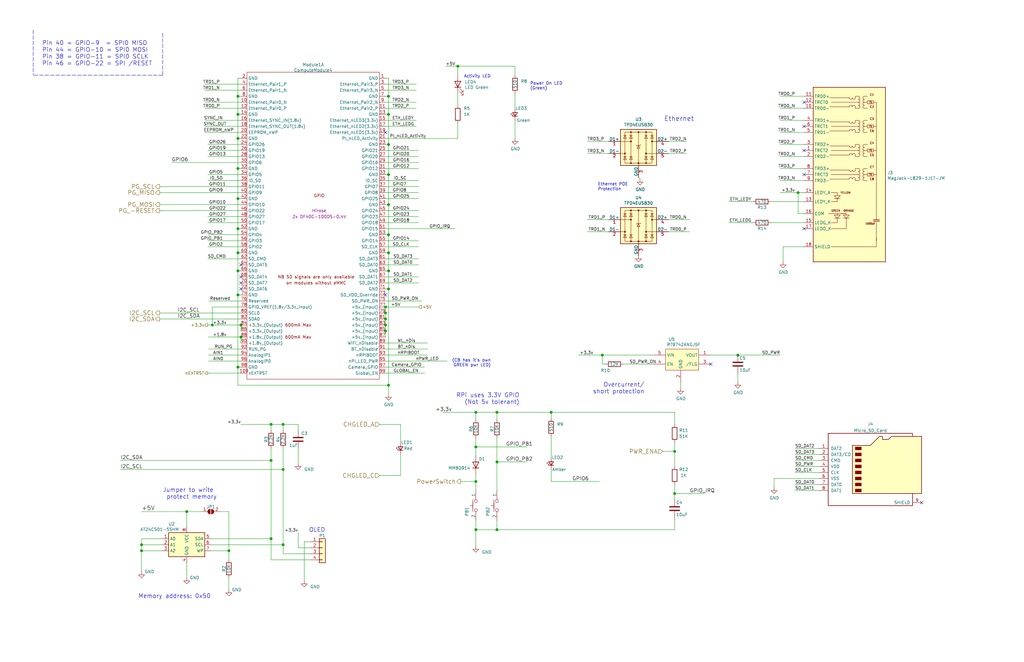
<source format=kicad_sch>
(kicad_sch (version 20210621) (generator eeschema)
  (paper "B")
  (title_block (title "ConnectBox HAT using RPi CM4") (date "2021-10-16") (rev "1.7.2") (comment 1 "JRA"))
  (junction (at 59.69 229.87) (diameter 1.016))
  (junction (at 59.69 232.41) (diameter 1.016))
  (junction (at 78.74 215.9) (diameter 1.016))
  (junction (at 89.535 137.16) (diameter 1.016))
  (junction (at 96.52 232.41) (diameter 1.016))
  (junction (at 100.33 40.64) (diameter 1.016))
  (junction (at 100.33 48.26) (diameter 1.016))
  (junction (at 100.33 58.42) (diameter 1.016))
  (junction (at 100.33 71.12) (diameter 1.016))
  (junction (at 100.33 83.82) (diameter 1.016))
  (junction (at 100.33 96.52) (diameter 1.016))
  (junction (at 100.33 106.68) (diameter 1.016))
  (junction (at 100.33 114.3) (diameter 1.016))
  (junction (at 100.33 124.46) (diameter 1.016))
  (junction (at 100.33 154.94) (diameter 1.016))
  (junction (at 101.6 137.16) (diameter 1.016))
  (junction (at 101.6 142.24) (diameter 1.016))
  (junction (at 114.3 179.07) (diameter 1.016))
  (junction (at 114.3 194.31) (diameter 1.016))
  (junction (at 114.3 227.33) (diameter 1.016))
  (junction (at 119.38 179.07) (diameter 1.016))
  (junction (at 119.38 198.12) (diameter 1.016))
  (junction (at 119.38 229.87) (diameter 1.016))
  (junction (at 162.56 129.54) (diameter 1.016))
  (junction (at 162.56 132.08) (diameter 1.016))
  (junction (at 162.56 134.62) (diameter 1.016))
  (junction (at 162.56 137.16) (diameter 1.016))
  (junction (at 162.56 139.7) (diameter 1.016))
  (junction (at 163.83 40.64) (diameter 1.016))
  (junction (at 163.83 48.26) (diameter 1.016))
  (junction (at 163.83 60.96) (diameter 1.016))
  (junction (at 163.83 73.66) (diameter 1.016))
  (junction (at 163.83 86.36) (diameter 1.016))
  (junction (at 163.83 99.06) (diameter 1.016))
  (junction (at 163.83 106.68) (diameter 1.016))
  (junction (at 163.83 114.3) (diameter 1.016))
  (junction (at 163.83 121.92) (diameter 1.016))
  (junction (at 163.83 162.56) (diameter 1.016))
  (junction (at 193.04 27.94) (diameter 1.016))
  (junction (at 200.66 173.99) (diameter 1.016))
  (junction (at 200.66 188.595) (diameter 1.016))
  (junction (at 200.66 203.2) (diameter 1.016))
  (junction (at 200.66 223.52) (diameter 1.016))
  (junction (at 209.55 173.99) (diameter 1.016))
  (junction (at 209.55 194.945) (diameter 1.016))
  (junction (at 209.55 223.52) (diameter 1.016))
  (junction (at 232.41 173.99) (diameter 1.016))
  (junction (at 254 149.86) (diameter 1.016))
  (junction (at 284.48 190.5) (diameter 1.016))
  (junction (at 284.48 208.28) (diameter 1.016))
  (junction (at 311.15 149.86) (diameter 1.016))
  (junction (at 336.55 81.28) (diameter 1.016))
  (no_connect (at 101.6 111.76))
  (no_connect (at 101.6 116.84))
  (no_connect (at 101.6 119.38))
  (no_connect (at 101.6 121.92))
  (no_connect (at 162.56 55.88))
  (no_connect (at 162.56 124.46))
  (no_connect (at 299.72 153.67))
  (no_connect (at 339.09 43.18))
  (no_connect (at 339.09 53.34))
  (no_connect (at 339.09 63.5))
  (no_connect (at 339.09 73.66))
  (no_connect (at 339.09 96.52))
  (no_connect (at 388.62 212.09))
  (wire (pts (xy 50.8 194.31) (xy 114.3 194.31)))
  (wire (pts (xy 50.8 198.12) (xy 119.38 198.12)))
  (wire (pts (xy 59.69 215.9) (xy 78.74 215.9)))
  (wire (pts (xy 59.69 227.33) (xy 59.69 229.87)))
  (wire (pts (xy 59.69 229.87) (xy 59.69 232.41)))
  (wire (pts (xy 59.69 229.87) (xy 68.58 229.87)))
  (wire (pts (xy 59.69 232.41) (xy 59.69 241.3)))
  (wire (pts (xy 59.69 232.41) (xy 68.58 232.41)))
  (wire (pts (xy 67.31 78.74) (xy 101.6 78.74)))
  (wire (pts (xy 67.31 81.28) (xy 101.6 81.28)))
  (wire (pts (xy 67.31 86.36) (xy 101.6 86.36)))
  (wire (pts (xy 67.31 88.9) (xy 101.6 88.9)))
  (wire (pts (xy 67.31 132.08) (xy 101.6 132.08)))
  (wire (pts (xy 67.31 134.62) (xy 101.6 134.62)))
  (wire (pts (xy 68.58 227.33) (xy 59.69 227.33)))
  (wire (pts (xy 72.39 68.58) (xy 101.6 68.58)))
  (wire (pts (xy 78.74 215.9) (xy 78.74 222.25)))
  (wire (pts (xy 78.74 215.9) (xy 85.09 215.9)))
  (wire (pts (xy 78.74 237.49) (xy 78.74 243.84)))
  (wire (pts (xy 86.36 35.56) (xy 101.6 35.56)))
  (wire (pts (xy 86.36 38.1) (xy 101.6 38.1)))
  (wire (pts (xy 86.36 43.18) (xy 101.6 43.18)))
  (wire (pts (xy 86.36 45.72) (xy 101.6 45.72)))
  (wire (pts (xy 86.36 50.8) (xy 101.6 50.8)))
  (wire (pts (xy 86.36 53.34) (xy 101.6 53.34)))
  (wire (pts (xy 86.36 55.88) (xy 101.6 55.88)))
  (wire (pts (xy 87.63 60.96) (xy 101.6 60.96)))
  (wire (pts (xy 87.63 63.5) (xy 101.6 63.5)))
  (wire (pts (xy 87.63 66.04) (xy 101.6 66.04)))
  (wire (pts (xy 87.63 73.66) (xy 101.6 73.66)))
  (wire (pts (xy 87.63 76.2) (xy 101.6 76.2)))
  (wire (pts (xy 87.63 91.44) (xy 101.6 91.44)))
  (wire (pts (xy 87.63 93.98) (xy 101.6 93.98)))
  (wire (pts (xy 87.63 99.06) (xy 101.6 99.06)))
  (wire (pts (xy 87.63 101.6) (xy 101.6 101.6)))
  (wire (pts (xy 87.63 104.14) (xy 101.6 104.14)))
  (wire (pts (xy 87.63 109.22) (xy 101.6 109.22)))
  (wire (pts (xy 87.63 137.16) (xy 89.535 137.16)))
  (wire (pts (xy 87.63 157.48) (xy 101.6 157.48)))
  (wire (pts (xy 87.884 142.24) (xy 101.6 142.24)))
  (wire (pts (xy 87.884 147.32) (xy 101.6 147.32)))
  (wire (pts (xy 87.884 149.86) (xy 101.6 149.86)))
  (wire (pts (xy 87.884 152.4) (xy 101.6 152.4)))
  (wire (pts (xy 88.0872 127) (xy 101.6 127)))
  (wire (pts (xy 88.9 227.33) (xy 114.3 227.33)))
  (wire (pts (xy 88.9 229.87) (xy 119.38 229.87)))
  (wire (pts (xy 89.535 129.54) (xy 89.535 137.16)))
  (wire (pts (xy 89.535 129.54) (xy 101.6 129.54)))
  (wire (pts (xy 89.535 137.16) (xy 101.6 137.16)))
  (wire (pts (xy 92.71 215.9) (xy 96.52 215.9)))
  (wire (pts (xy 96.52 215.9) (xy 96.52 232.41)))
  (wire (pts (xy 96.52 232.41) (xy 88.9 232.41)))
  (wire (pts (xy 96.52 232.41) (xy 96.52 236.22)))
  (wire (pts (xy 96.52 243.84) (xy 96.52 248.92)))
  (wire (pts (xy 100.33 33.02) (xy 100.33 40.64)))
  (wire (pts (xy 100.33 40.64) (xy 100.33 48.26)))
  (wire (pts (xy 100.33 48.26) (xy 100.33 58.42)))
  (wire (pts (xy 100.33 58.42) (xy 100.33 71.12)))
  (wire (pts (xy 100.33 58.42) (xy 101.6 58.42)))
  (wire (pts (xy 100.33 71.12) (xy 100.33 83.82)))
  (wire (pts (xy 100.33 71.12) (xy 101.6 71.12)))
  (wire (pts (xy 100.33 83.82) (xy 100.33 96.52)))
  (wire (pts (xy 100.33 83.82) (xy 101.6 83.82)))
  (wire (pts (xy 100.33 96.52) (xy 100.33 106.68)))
  (wire (pts (xy 100.33 96.52) (xy 101.6 96.52)))
  (wire (pts (xy 100.33 106.68) (xy 100.33 114.3)))
  (wire (pts (xy 100.33 106.68) (xy 101.6 106.68)))
  (wire (pts (xy 100.33 114.3) (xy 100.33 124.46)))
  (wire (pts (xy 100.33 114.3) (xy 101.6 114.3)))
  (wire (pts (xy 100.33 124.46) (xy 100.33 154.94)))
  (wire (pts (xy 100.33 124.46) (xy 101.6 124.46)))
  (wire (pts (xy 100.33 154.94) (xy 100.33 162.56)))
  (wire (pts (xy 100.33 162.56) (xy 163.83 162.56)))
  (wire (pts (xy 101.6 33.02) (xy 100.33 33.02)))
  (wire (pts (xy 101.6 40.64) (xy 100.33 40.64)))
  (wire (pts (xy 101.6 48.26) (xy 100.33 48.26)))
  (wire (pts (xy 101.6 139.7) (xy 101.6 137.16)))
  (wire (pts (xy 101.6 142.24) (xy 101.854 142.24)))
  (wire (pts (xy 101.6 144.78) (xy 101.6 142.24)))
  (wire (pts (xy 101.6 154.94) (xy 100.33 154.94)))
  (wire (pts (xy 101.6 179.07) (xy 114.3 179.07)))
  (wire (pts (xy 114.3 179.07) (xy 114.3 181.61)))
  (wire (pts (xy 114.3 179.07) (xy 119.38 179.07)))
  (wire (pts (xy 114.3 194.31) (xy 114.3 189.23)))
  (wire (pts (xy 114.3 194.31) (xy 114.3 227.33)))
  (wire (pts (xy 114.3 227.33) (xy 114.3 236.22)))
  (wire (pts (xy 114.3 236.22) (xy 130.81 236.22)))
  (wire (pts (xy 119.38 179.07) (xy 119.38 181.61)))
  (wire (pts (xy 119.38 179.07) (xy 125.73 179.07)))
  (wire (pts (xy 119.38 198.12) (xy 119.38 189.23)))
  (wire (pts (xy 119.38 198.12) (xy 119.38 229.87)))
  (wire (pts (xy 119.38 229.87) (xy 119.38 233.68)))
  (wire (pts (xy 119.38 233.68) (xy 130.81 233.68)))
  (wire (pts (xy 125.73 179.07) (xy 125.73 181.61)))
  (wire (pts (xy 125.73 189.23) (xy 125.73 195.58)))
  (wire (pts (xy 125.73 231.14) (xy 125.73 224.79)))
  (wire (pts (xy 128.27 228.6) (xy 128.27 245.11)))
  (wire (pts (xy 130.81 228.6) (xy 128.27 228.6)))
  (wire (pts (xy 130.81 231.14) (xy 125.73 231.14)))
  (wire (pts (xy 160.02 179.07) (xy 168.91 179.07)))
  (wire (pts (xy 160.02 200.66) (xy 168.91 200.66)))
  (wire (pts (xy 162.56 33.02) (xy 163.83 33.02)))
  (wire (pts (xy 162.56 35.56) (xy 175.514 35.56)))
  (wire (pts (xy 162.56 38.1) (xy 175.514 38.1)))
  (wire (pts (xy 162.56 40.64) (xy 163.83 40.64)))
  (wire (pts (xy 162.56 43.18) (xy 175.514 43.18)))
  (wire (pts (xy 162.56 45.72) (xy 175.514 45.72)))
  (wire (pts (xy 162.56 48.26) (xy 163.83 48.26)))
  (wire (pts (xy 162.56 50.8) (xy 175.514 50.8)))
  (wire (pts (xy 162.56 53.34) (xy 175.514 53.34)))
  (wire (pts (xy 162.56 58.42) (xy 193.04 58.42)))
  (wire (pts (xy 162.56 60.96) (xy 163.83 60.96)))
  (wire (pts (xy 162.56 63.5) (xy 176.53 63.5)))
  (wire (pts (xy 162.56 66.04) (xy 176.53 66.04)))
  (wire (pts (xy 162.56 68.58) (xy 176.53 68.58)))
  (wire (pts (xy 162.56 71.12) (xy 176.53 71.12)))
  (wire (pts (xy 162.56 73.66) (xy 163.83 73.66)))
  (wire (pts (xy 162.56 76.2) (xy 176.53 76.2)))
  (wire (pts (xy 162.56 78.74) (xy 176.53 78.74)))
  (wire (pts (xy 162.56 81.28) (xy 176.53 81.28)))
  (wire (pts (xy 162.56 83.82) (xy 176.53 83.82)))
  (wire (pts (xy 162.56 86.36) (xy 163.83 86.36)))
  (wire (pts (xy 162.56 88.9) (xy 176.53 88.9)))
  (wire (pts (xy 162.56 91.44) (xy 176.53 91.44)))
  (wire (pts (xy 162.56 93.98) (xy 176.53 93.98)))
  (wire (pts (xy 162.56 96.52) (xy 191.77 96.52)))
  (wire (pts (xy 162.56 99.06) (xy 163.83 99.06)))
  (wire (pts (xy 162.56 101.6) (xy 176.53 101.6)))
  (wire (pts (xy 162.56 106.68) (xy 163.83 106.68)))
  (wire (pts (xy 162.56 111.76) (xy 176.53 111.76)))
  (wire (pts (xy 162.56 114.3) (xy 163.83 114.3)))
  (wire (pts (xy 162.56 119.38) (xy 176.53 119.38)))
  (wire (pts (xy 162.56 121.92) (xy 163.83 121.92)))
  (wire (pts (xy 162.56 127) (xy 177.8 127)))
  (wire (pts (xy 162.56 129.54) (xy 162.56 132.08)))
  (wire (pts (xy 162.56 129.54) (xy 176.53 129.54)))
  (wire (pts (xy 162.56 132.08) (xy 162.56 134.62)))
  (wire (pts (xy 162.56 134.62) (xy 162.56 137.16)))
  (wire (pts (xy 162.56 137.16) (xy 162.56 139.7)))
  (wire (pts (xy 162.56 139.7) (xy 162.56 142.24)))
  (wire (pts (xy 162.56 144.78) (xy 180.34 144.78)))
  (wire (pts (xy 162.56 147.32) (xy 180.34 147.32)))
  (wire (pts (xy 162.56 149.86) (xy 180.34 149.86)))
  (wire (pts (xy 162.56 152.4) (xy 188.595 152.4)))
  (wire (pts (xy 162.56 154.94) (xy 179.07 154.94)))
  (wire (pts (xy 162.56 157.48) (xy 179.07 157.48)))
  (wire (pts (xy 163.83 33.02) (xy 163.83 40.64)))
  (wire (pts (xy 163.83 40.64) (xy 163.83 48.26)))
  (wire (pts (xy 163.83 48.26) (xy 163.83 60.96)))
  (wire (pts (xy 163.83 60.96) (xy 163.83 73.66)))
  (wire (pts (xy 163.83 73.66) (xy 163.83 86.36)))
  (wire (pts (xy 163.83 86.36) (xy 163.83 99.06)))
  (wire (pts (xy 163.83 99.06) (xy 163.83 106.68)))
  (wire (pts (xy 163.83 106.68) (xy 163.83 114.3)))
  (wire (pts (xy 163.83 114.3) (xy 163.83 121.92)))
  (wire (pts (xy 163.83 121.92) (xy 163.83 162.56)))
  (wire (pts (xy 163.83 162.56) (xy 163.83 166.37)))
  (wire (pts (xy 168.91 186.69) (xy 168.91 179.07)))
  (wire (pts (xy 168.91 191.77) (xy 168.91 200.66)))
  (wire (pts (xy 176.53 104.14) (xy 162.56 104.14)))
  (wire (pts (xy 176.53 109.22) (xy 162.56 109.22)))
  (wire (pts (xy 176.53 116.84) (xy 162.56 116.84)))
  (wire (pts (xy 186.69 173.99) (xy 200.66 173.99)))
  (wire (pts (xy 187.96 27.94) (xy 193.04 27.94)))
  (wire (pts (xy 193.04 31.75) (xy 193.04 27.94)))
  (wire (pts (xy 193.04 39.37) (xy 193.04 44.45)))
  (wire (pts (xy 193.04 52.07) (xy 193.04 58.42)))
  (wire (pts (xy 194.31 203.2) (xy 200.66 203.2)))
  (wire (pts (xy 200.66 173.99) (xy 209.55 173.99)))
  (wire (pts (xy 200.66 177.165) (xy 200.66 173.99)))
  (wire (pts (xy 200.66 184.785) (xy 200.66 188.595)))
  (wire (pts (xy 200.66 188.595) (xy 200.66 192.405)))
  (wire (pts (xy 200.66 188.595) (xy 222.25 188.595)))
  (wire (pts (xy 200.66 200.025) (xy 200.66 203.2)))
  (wire (pts (xy 200.66 203.2) (xy 200.66 207.01)))
  (wire (pts (xy 200.66 219.71) (xy 200.66 223.52)))
  (wire (pts (xy 200.66 223.52) (xy 200.66 230.505)))
  (wire (pts (xy 200.66 223.52) (xy 209.55 223.52)))
  (wire (pts (xy 209.55 177.165) (xy 209.55 173.99)))
  (wire (pts (xy 209.55 184.785) (xy 209.55 194.945)))
  (wire (pts (xy 209.55 194.945) (xy 209.55 207.01)))
  (wire (pts (xy 209.55 194.945) (xy 222.25 194.945)))
  (wire (pts (xy 209.55 223.52) (xy 209.55 219.71)))
  (wire (pts (xy 209.55 223.52) (xy 284.48 223.52)))
  (wire (pts (xy 217.17 27.94) (xy 193.04 27.94)))
  (wire (pts (xy 217.17 27.94) (xy 217.17 31.75)))
  (wire (pts (xy 217.17 39.37) (xy 217.17 45.72)))
  (wire (pts (xy 217.17 50.8) (xy 217.17 58.42)))
  (wire (pts (xy 232.41 173.99) (xy 209.55 173.99)))
  (wire (pts (xy 232.41 173.99) (xy 284.48 173.99)))
  (wire (pts (xy 232.41 176.53) (xy 232.41 173.99)))
  (wire (pts (xy 232.41 184.15) (xy 232.41 193.04)))
  (wire (pts (xy 232.41 203.2) (xy 232.41 198.12)))
  (wire (pts (xy 232.41 203.2) (xy 252.73 203.2)))
  (wire (pts (xy 243.84 149.86) (xy 254 149.86)))
  (wire (pts (xy 247.65 59.69) (xy 256.54 59.69)))
  (wire (pts (xy 247.65 64.77) (xy 256.54 64.77)))
  (wire (pts (xy 247.65 92.71) (xy 256.54 92.71)))
  (wire (pts (xy 254 149.86) (xy 275.59 149.86)))
  (wire (pts (xy 254 153.67) (xy 254 149.86)))
  (wire (pts (xy 255.27 153.67) (xy 254 153.67)))
  (wire (pts (xy 256.54 97.79) (xy 247.65 97.79)))
  (wire (pts (xy 262.89 153.67) (xy 275.59 153.67)))
  (wire (pts (xy 269.24 74.93) (xy 269.875 75.565)))
  (wire (pts (xy 279.4 190.5) (xy 284.48 190.5)))
  (wire (pts (xy 281.94 59.69) (xy 289.56 59.69)))
  (wire (pts (xy 281.94 64.77) (xy 289.56 64.77)))
  (wire (pts (xy 281.94 92.71) (xy 290.83 92.71)))
  (wire (pts (xy 281.94 97.79) (xy 290.83 97.79)))
  (wire (pts (xy 284.48 173.99) (xy 284.48 179.07)))
  (wire (pts (xy 284.48 186.69) (xy 284.48 190.5)))
  (wire (pts (xy 284.48 190.5) (xy 284.48 196.85)))
  (wire (pts (xy 284.48 204.47) (xy 284.48 208.28)))
  (wire (pts (xy 284.48 208.28) (xy 297.18 208.28)))
  (wire (pts (xy 284.48 210.82) (xy 284.48 208.28)))
  (wire (pts (xy 284.48 223.52) (xy 284.48 218.44)))
  (wire (pts (xy 287.02 161.29) (xy 287.02 163.83)))
  (wire (pts (xy 299.72 149.86) (xy 311.15 149.86)))
  (wire (pts (xy 307.34 85.09) (xy 317.5 85.09)))
  (wire (pts (xy 307.34 93.98) (xy 317.5 93.98)))
  (wire (pts (xy 311.15 149.86) (xy 328.93 149.86)))
  (wire (pts (xy 311.15 157.48) (xy 311.15 161.29)))
  (wire (pts (xy 325.12 85.09) (xy 339.09 85.09)))
  (wire (pts (xy 325.12 93.98) (xy 339.09 93.98)))
  (wire (pts (xy 326.39 201.93) (xy 326.39 205.74)))
  (wire (pts (xy 326.39 201.93) (xy 345.44 201.93)))
  (wire (pts (xy 328.93 40.64) (xy 339.09 40.64)))
  (wire (pts (xy 328.93 45.72) (xy 339.09 45.72)))
  (wire (pts (xy 328.93 50.8) (xy 339.09 50.8)))
  (wire (pts (xy 328.93 55.88) (xy 339.09 55.88)))
  (wire (pts (xy 328.93 60.96) (xy 339.09 60.96)))
  (wire (pts (xy 328.93 66.04) (xy 339.09 66.04)))
  (wire (pts (xy 328.93 71.12) (xy 339.09 71.12)))
  (wire (pts (xy 328.93 76.2) (xy 339.09 76.2)))
  (wire (pts (xy 328.93 81.28) (xy 336.55 81.28)))
  (wire (pts (xy 330.2 104.14) (xy 330.2 110.49)))
  (wire (pts (xy 335.28 189.23) (xy 345.44 189.23)))
  (wire (pts (xy 335.28 191.77) (xy 345.44 191.77)))
  (wire (pts (xy 335.28 194.31) (xy 345.44 194.31)))
  (wire (pts (xy 335.28 196.85) (xy 345.44 196.85)))
  (wire (pts (xy 335.28 199.39) (xy 345.44 199.39)))
  (wire (pts (xy 335.28 204.47) (xy 345.44 204.47)))
  (wire (pts (xy 335.28 207.01) (xy 345.44 207.01)))
  (wire (pts (xy 336.55 81.28) (xy 339.09 81.28)))
  (wire (pts (xy 336.55 90.17) (xy 336.55 81.28)))
  (wire (pts (xy 339.09 90.17) (xy 336.55 90.17)))
  (wire (pts (xy 339.09 104.14) (xy 330.2 104.14)))
  (polyline (pts (xy 13.97 12.7) (xy 13.97 31.75)) (stroke (width 0) (type dash)))
  (polyline (pts (xy 68.58 13.97) (xy 68.58 31.75)) (stroke (width 0) (type dash)))
  (polyline (pts (xy 68.58 31.75) (xy 13.97 31.75)) (stroke (width 0) (type dash)))
  (text "Pin 40 = GPIO-9  = SPI0 MISO  \nPin 44 = GPIO-10 = SPI0 MOSI \nPin 38 = GPIO-11 = SPI0 SCLK \nPin 46 = GPIO-22 = SPI /RESET" (at 17.78 27.94 0) (effects (font (size 1.778 1.778)) (justify left bottom)))
  (text "Memory address: 0x50" (at 88.9 252.73 180) (effects (font (size 1.778 1.778)) (justify right bottom)))
  (text "Jumper to write \nprotect memory" (at 91.44 210.82 180) (effects (font (size 1.778 1.778)) (justify right bottom)))
  (text "OLED" (at 137.16 224.79 180) (effects (font (size 1.778 1.778)) (justify right bottom)))
  (text "Activity LED" (at 195.58 33.02 0) (effects (font (size 1.27 1.27)) (justify left bottom)))
  (text "(CB has it's own\nGREEN pwr LED)" (at 207.01 154.94 180) (effects (font (size 1.27 1.27)) (justify right bottom)))
  (text "RPi uses 3.3V GPIO\n(Not 5v tolerant)" (at 219.075 170.815 180) (effects (font (size 1.778 1.778)) (justify right bottom)))
  (text "Power On LED\n(Green)" (at 223.52 38.1 0) (effects (font (size 1.27 1.27)) (justify left bottom)))
  (text "Ethernet POE\nProtection" (at 252.095 80.645 0) (effects (font (size 1.27 1.27)) (justify left bottom)))
  (text "Overcurrent/\nshort protection" (at 271.78 166.37 180) (effects (font (size 1.778 1.778)) (justify right bottom)))
  (text "Ethernet" (at 280.035 51.435 0) (effects (font (size 2.0066 2.0066)) (justify left bottom)))
  (label "I2C_SDA" (at 50.8 194.31 0) (effects (font (size 1.524 1.524))))
  (label "I2C_SCL" (at 50.8 198.12 0) (effects (font (size 1.524 1.524))))
  (label "+5V" (at 59.69 215.9 0) (effects (font (size 1.778 1.778))))
  (label "GPIO6" (at 72.39 68.58 0) (effects (font (size 1.524 1.524))))
  (label "I2C_SCL" (at 74.93 132.08 0) (effects (font (size 1.524 1.524))))
  (label "I2C_SDA" (at 74.93 134.62 0) (effects (font (size 1.524 1.524))))
  (label "TRD1_P" (at 92.71 35.56 180))
  (label "TRD1_N" (at 92.71 38.1 180))
  (label "TRD0_N" (at 92.71 43.18 180))
  (label "TRD0_P" (at 92.71 45.72 180))
  (label "SYNC_IN" (at 93.98 50.8 180))
  (label "GPIO5" (at 93.98 73.66 180))
  (label "ID_SD" (at 93.98 76.2 180))
  (label "GPIO9" (at 93.98 81.28 180))
  (label "GPIO_PB2" (at 93.98 99.06 180))
  (label "GPIO_PB1" (at 93.98 101.6 180))
  (label "GPIO2" (at 93.98 104.14 180))
  (label "AIN1" (at 94.234 149.86 180))
  (label "AIN0" (at 94.234 152.4 180))
  (label "GPIO26" (at 95.25 60.96 180))
  (label "GPIO19" (at 95.25 63.5 180))
  (label "GPIO13" (at 95.25 66.04 180))
  (label "GPIO11" (at 95.25 78.74 180))
  (label "GPIO10" (at 95.25 86.36 180))
  (label "GPIO22" (at 95.25 88.9 180))
  (label "GPIO27" (at 95.25 91.44 180))
  (label "GPIO17" (at 95.25 93.98 180))
  (label "SD_CMD" (at 95.25 109.22 180))
  (label "SYNC_OUT" (at 95.504 53.34 180))
  (label "+3.3v" (at 95.504 137.16 180))
  (label "+1.8v" (at 95.504 142.24 180))
  (label "Reserved" (at 97.155 127 180))
  (label "RUN_PG" (at 98.044 147.32 180))
  (label "EEPROM_nWP" (at 98.552 55.88 180))
  (label "+3.3v" (at 101.6 179.07 180))
  (label "+3.3v" (at 125.73 224.79 180))
  (label "SD_PWR_ON" (at 165.1 127 0))
  (label "TRD3_P" (at 165.354 35.56 0))
  (label "TRD3_N" (at 165.354 38.1 0))
  (label "TRD2_N" (at 165.354 43.18 0))
  (label "TRD2_P" (at 165.354 45.72 0))
  (label "ETH_LEDY" (at 165.354 50.8 0))
  (label "ETH_LEDG" (at 165.354 53.34 0))
  (label "+5V" (at 168.91 129.54 180))
  (label "ID_SC" (at 171.45 76.2 180))
  (label "GPIO7" (at 171.45 78.74 180))
  (label "GPIO8" (at 171.45 81.28 180))
  (label "GPIO21" (at 172.72 63.5 180))
  (label "GPIO20" (at 172.72 66.04 180))
  (label "GPIO16" (at 172.72 68.58 180))
  (label "GPIO12" (at 172.72 71.12 180))
  (label "GPIO25" (at 172.72 83.82 180))
  (label "GPIO24" (at 172.72 88.9 180))
  (label "GPIO23" (at 172.72 91.44 180))
  (label "GPIO18" (at 172.72 93.98 180))
  (label "GPIO14" (at 172.72 101.6 180))
  (label "SD_CLK" (at 172.72 104.14 180))
  (label "SD_DAT3" (at 173.99 109.22 180))
  (label "SD_DAT0" (at 173.99 111.76 180))
  (label "SD_DAT1" (at 173.99 116.84 180))
  (label "SD_DAT2" (at 173.99 119.38 180))
  (label "BT_nDis" (at 175.1076 147.32 180))
  (label "WL_nDis" (at 175.26 144.78 180))
  (label "nPWR_LED" (at 175.26 152.4 0))
  (label "GLOBAL_EN" (at 176.53 157.48 180))
  (label "nRPIBOOT" (at 176.9872 149.86 180))
  (label "Camera_GPIO" (at 177.8 154.94 180))
  (label "PI_nLED_Activity" (at 179.705 58.42 180))
  (label "+5V" (at 187.96 27.94 0))
  (label "GPIO_IRQ" (at 189.865 96.52 180))
  (label "+3.3v" (at 190.5 173.99 180) (effects (font (size 1.524 1.524))))
  (label "GPIO_PB1" (at 213.36 188.595 0) (effects (font (size 1.524 1.524))))
  (label "GPIO_PB2" (at 213.36 194.945 0) (effects (font (size 1.524 1.524))))
  (label "GPIO6" (at 241.3 203.2 0) (effects (font (size 1.524 1.524))))
  (label "TRD3_P" (at 247.65 59.69 0))
  (label "TRD3_N" (at 247.65 64.77 0))
  (label "+3.3v" (at 250.19 149.86 180))
  (label "TRD1_P" (at 255.27 92.71 180))
  (label "TRD1_N" (at 255.27 97.79 180))
  (label "SD_PWR_ON" (at 265.43 153.67 0))
  (label "TRD2_N" (at 289.56 59.69 180))
  (label "TRD2_P" (at 289.56 64.77 180))
  (label "TRD0_N" (at 289.56 92.71 180))
  (label "TRD0_P" (at 289.56 97.79 180))
  (label "GPIO_IRQ" (at 290.83 208.28 0) (effects (font (size 1.524 1.524))))
  (label "ETH_LEDY" (at 316.865 85.09 180))
  (label "ETH_LEDG" (at 316.865 93.98 180))
  (label "SD_PWR" (at 321.31 149.86 0))
  (label "TRD0_P" (at 335.28 40.64 180))
  (label "TRD0_N" (at 335.28 45.72 180))
  (label "TRD1_P" (at 335.28 50.8 180))
  (label "TRD1_N" (at 335.28 55.88 180))
  (label "TRD2_P" (at 335.28 60.96 180))
  (label "TRD2_N" (at 335.28 66.04 180))
  (label "TRD3_P" (at 335.28 71.12 180))
  (label "TRD3_N" (at 335.28 76.2 180))
  (label "+3.3v" (at 335.28 81.28 180))
  (label "SD_DAT2" (at 335.28 189.23 0))
  (label "SD_DAT3" (at 335.28 191.77 0))
  (label "SD_CMD" (at 335.28 194.31 0))
  (label "SD_PWR" (at 335.28 196.85 0))
  (label "SD_CLK" (at 335.28 199.39 0))
  (label "SD_DAT0" (at 335.28 204.47 0))
  (label "SD_DAT1" (at 335.28 207.01 0))
  (hierarchical_label "PG_SCL" (shape output) (at 67.31 78.74 180) (effects (font (size 1.778 1.778))))
  (hierarchical_label "PG_MISO" (shape output) (at 67.31 81.28 180) (effects (font (size 1.778 1.778))))
  (hierarchical_label "PG_MOSI" (shape output) (at 67.31 86.36 180) (effects (font (size 1.778 1.778))))
  (hierarchical_label "PG_-RESET" (shape output) (at 67.31 88.9 180) (effects (font (size 1.778 1.778))))
  (hierarchical_label "I2C_SCL" (shape output) (at 67.31 132.08 180) (effects (font (size 1.778 1.778))))
  (hierarchical_label "I2C_SDA" (shape output) (at 67.31 134.62 180) (effects (font (size 1.778 1.778))))
  (hierarchical_label "+3.3v" (shape output) (at 87.63 137.16 180))
  (hierarchical_label "nEXTRST" (shape output) (at 87.63 157.48 180))
  (hierarchical_label "CHGLED_A" (shape input) (at 160.02 179.07 180) (effects (font (size 1.778 1.778))))
  (hierarchical_label "CHGLED_C" (shape input) (at 160.02 200.66 180) (effects (font (size 1.778 1.778))))
  (hierarchical_label "+5V" (shape input) (at 176.53 129.54 0))
  (hierarchical_label "PowerSwitch" (shape output) (at 194.31 203.2 180) (effects (font (size 1.778 1.778))))
  (hierarchical_label "PWR_ENA" (shape input) (at 279.4 190.5 180) (effects (font (size 1.778 1.778))))
  (symbol (lib_id "power:GND") (at 59.69 241.3 0) (unit 1)
    (property "Reference" "#PWR08" (effects hide))
    (property "Value" "GND" (at 62.992 241.2492 0))
  )
  (symbol (lib_id "power:GND") (at 78.74 243.84 0) (unit 1)
    (property "Reference" "#PWR09" (effects hide))
    (property "Value" "GND" (at 82.042 243.7892 0))
  )
  (symbol (lib_id "power:GND") (at 96.52 248.92 0) (unit 1)
    (property "Reference" "#PWR010" (effects hide))
    (property "Value" "GND" (at 99.822 248.8692 0))
  )
  (symbol (lib_id "power:GND") (at 125.73 195.58 0) (unit 1)
    (property "Reference" "#PWR011" (effects hide))
    (property "Value" "GND" (at 130.302 198.0692 0))
  )
  (symbol (lib_id "power:GND") (at 128.27 245.11 0) (unit 1)
    (property "Reference" "#PWR012" (effects hide))
    (property "Value" "GND" (at 132.842 247.5992 0))
  )
  (symbol (lib_id "power:GND") (at 163.83 166.37 0) (unit 1)
    (property "Reference" "#PWR013" (effects hide))
    (property "Value" "GND" (at 163.957 170.7642 0))
  )
  (symbol (lib_id "power:GND") (at 200.66 230.505 0) (unit 1)
    (property "Reference" "#PWR014" (effects hide))
    (property "Value" "GND" (at 205.232 232.9942 0))
  )
  (symbol (lib_id "power:GND") (at 217.17 58.42 0) (unit 1)
    (property "Reference" "#PWR015" (effects hide))
    (property "Value" "GND" (at 217.297 62.8142 0))
  )
  (symbol (lib_id "power:GND") (at 269.24 107.95 0) (unit 1)
    (property "Reference" "#PWR016" (effects hide))
    (property "Value" "GND" (at 269.367 112.3442 0))
  )
  (symbol (lib_id "power:GND") (at 269.875 75.565 0) (unit 1)
    (property "Reference" "#PWR017" (effects hide))
    (property "Value" "GND" (at 270.002 79.9592 0))
  )
  (symbol (lib_id "power:GND") (at 287.02 163.83 0) (unit 1)
    (property "Reference" "#PWR018" (effects hide))
    (property "Value" "GND" (at 287.147 168.2242 0))
  )
  (symbol (lib_id "power:GND") (at 311.15 161.29 0) (unit 1)
    (property "Reference" "#PWR019" (effects hide))
    (property "Value" "GND" (at 311.277 165.6842 0))
  )
  (symbol (lib_id "power:GND") (at 326.39 205.74 0) (unit 1)
    (property "Reference" "#PWR020" (effects hide))
    (property "Value" "GND" (at 326.517 210.1342 0))
  )
  (symbol (lib_id "power:GND") (at 330.2 110.49 0) (unit 1)
    (property "Reference" "#PWR021" (effects hide))
    (property "Value" "GND" (at 330.327 114.8842 0))
  )
  (symbol (lib_id "Jumper:SolderJumper_2_Open") (at 88.9 215.9 0) (unit 1)
    (property "Reference" "JP1" (at 88.9 213.8766 0))
    (property "Value" "SolderJumper_2_Open" (effects hide))
    (property "Footprint" "Jumper:SolderJumper-2_P1.3mm_Open_TrianglePad1.0x1.5mm" (effects hide))
  )
  (symbol (lib_id "Device:LED_Small") (at 168.91 189.23 90) (unit 1)
    (property "Reference" "LED1" (at 173.99 186.69 90) (effects (justify left)))
    (property "Value" "Red" (at 173.99 189.23 90) (effects (justify left)))
    (property "Footprint" "LED_SMD:LED_0603_1608Metric" (effects hide))
    (property "Manufacturer" "Lite-On Inc." (effects hide))
    (property "Manufacturer P/N" "LTST-C191KRKT" (effects hide))
    (property "Description" "LED RED CLEAR 0603 SMD" (effects hide))
    (property "DigiKey P/N" "160-1447-1-ND" (effects hide))
    (property "Type" "SMD" (effects hide))
  )
  (symbol (lib_id "Device:LED_Small") (at 217.17 48.26 90) (unit 1)
    (property "Reference" "LED3" (at 222.25 45.72 90) (effects (justify left)))
    (property "Value" "Green" (at 223.52 50.8 90) (effects (justify left)))
    (property "Footprint" "LED_SMD:LED_0603_1608Metric" (effects hide))
    (property "Manufacturer" "Lite-On Inc." (effects hide))
    (property "Manufacturer P/N" "LTST-C191KFKT" (effects hide))
    (property "Description" "LED GREEN CLEAR 0603 SMD" (effects hide))
    (property "DigiKey P/N" "160-1446-1-ND" (effects hide))
    (property "Type" "SMD" (effects hide))
  )
  (symbol (lib_id "Device:LED_Small") (at 232.41 195.58 90) (unit 1)
    (property "Reference" "LED2" (at 237.49 193.04 90) (effects (justify left)))
    (property "Value" "Amber" (at 238.76 198.12 90) (effects (justify left)))
    (property "Footprint" "LED_SMD:LED_0603_1608Metric" (effects hide))
    (property "Manufacturer" "Lite-On Inc." (effects hide))
    (property "Manufacturer P/N" "LTST-C191KFKT" (effects hide))
    (property "Description" "LED AMBER CLEAR 0603 SMD" (effects hide))
    (property "DigiKey P/N" "160-1445-1-ND" (effects hide))
    (property "Type" "SMD" (effects hide))
  )
  (symbol (lib_id "Device:R") (at 96.52 240.03 180) (unit 1)
    (property "Reference" "R2" (at 94.488 240.03 90))
    (property "Value" "10K" (at 96.52 240.03 90))
    (property "Footprint" "Resistor_SMD:R_0603_1608Metric" (effects hide))
    (property "Manufacturer" "Yageo" (effects hide))
    (property "Manufacturer P/N" "RC0603FR-0710KL" (effects hide))
    (property "Description" "RES SMD 10K OHM 1% 1/8W 0603" (effects hide))
    (property "DigiKey P/N" "311-10.0KHRCT-ND" (effects hide))
    (property "Type" "SMD" (effects hide))
  )
  (symbol (lib_id "Device:R") (at 114.3 185.42 180) (unit 1)
    (property "Reference" "R3" (at 112.268 185.42 90))
    (property "Value" "2.2K" (at 114.3 185.42 90))
    (property "Footprint" "Resistor_SMD:R_0603_1608Metric" (effects hide))
    (property "Manufacturer" "Yageo" (effects hide))
    (property "Manufacturer P/N" "RC0603FR-072K2L" (effects hide))
    (property "Description" "RES SMD 2.2K OHM 1% 1/8W 0603" (effects hide))
    (property "DigiKey P/N" "311-2.20KHRCT-ND" (effects hide))
    (property "Type" "SMD" (effects hide))
  )
  (symbol (lib_id "Device:R") (at 119.38 185.42 180) (unit 1)
    (property "Reference" "R4" (at 117.348 185.42 90))
    (property "Value" "2.2K" (at 119.38 185.42 90))
    (property "Footprint" "Resistor_SMD:R_0603_1608Metric" (effects hide))
    (property "Manufacturer" "Yageo" (effects hide))
    (property "Manufacturer P/N" "RC0603FR-072K2L" (effects hide))
    (property "Description" "RES SMD 2.2K OHM 1% 1/8W 0603" (effects hide))
    (property "DigiKey P/N" "311-2.20KHRCT-ND" (effects hide))
    (property "Type" "SMD" (effects hide))
  )
  (symbol (lib_id "Device:R") (at 193.04 48.26 180) (unit 1)
    (property "Reference" "R5" (at 196.85 45.72 0))
    (property "Value" "1K" (at 196.85 48.26 0))
    (property "Footprint" "Resistor_SMD:R_0603_1608Metric" (effects hide))
    (property "Manufacturer" "Yageo" (effects hide))
    (property "Manufacturer P/N" "RC0603FR-071KL" (effects hide))
    (property "Description" "RES SMD 1K OHM 1% 1/8W 0603" (effects hide))
    (property "DigiKey P/N" "311-1.00KRCT-ND" (effects hide))
    (property "Type" "SMD" (effects hide))
  )
  (symbol (lib_id "Device:R") (at 200.66 180.975 180) (unit 1)
    (property "Reference" "R6" (at 198.628 180.975 90))
    (property "Value" "10K" (at 200.66 180.975 90))
    (property "Footprint" "Resistor_SMD:R_0603_1608Metric" (effects hide))
    (property "Manufacturer" "Yageo" (effects hide))
    (property "Manufacturer P/N" "RC0603FR-0710KL" (effects hide))
    (property "Description" "RES SMD 10K OHM 1% 1/8W 0603" (effects hide))
    (property "DigiKey P/N" "311-10.0KHRCT-ND" (effects hide))
    (property "Type" "SMD" (effects hide))
  )
  (symbol (lib_id "Device:R") (at 209.55 180.975 180) (unit 1)
    (property "Reference" "R7" (at 207.518 180.975 90))
    (property "Value" "10K" (at 209.55 180.975 90))
    (property "Footprint" "Resistor_SMD:R_0603_1608Metric" (effects hide))
    (property "Manufacturer" "Yageo" (effects hide))
    (property "Manufacturer P/N" "RC0603FR-0710KL" (effects hide))
    (property "Description" "RES SMD 10K OHM 1% 1/8W 0603" (effects hide))
    (property "DigiKey P/N" "311-10.0KHRCT-ND" (effects hide))
    (property "Type" "SMD" (effects hide))
  )
  (symbol (lib_id "Device:R") (at 217.17 35.56 0) (unit 1)
    (property "Reference" "R8" (at 220.98 34.29 0))
    (property "Value" "510" (at 217.17 35.56 90))
    (property "Footprint" "Resistor_SMD:R_0603_1608Metric" (effects hide))
    (property "Manufacturer" "Yageo" (effects hide))
    (property "Manufacturer P/N" "RC0603FR-07510RL" (effects hide))
    (property "Description" "RES SMD 1K OHM 1% 1/8W 0603" (effects hide))
    (property "DigiKey P/N" "311-510RHRCT-ND" (effects hide))
    (property "Type" "SMD" (effects hide))
  )
  (symbol (lib_id "Device:R") (at 232.41 180.34 0) (unit 1)
    (property "Reference" "R9" (at 236.22 179.07 0))
    (property "Value" "510" (at 232.41 180.34 90))
    (property "Footprint" "Resistor_SMD:R_0603_1608Metric" (effects hide))
    (property "Manufacturer" "Yageo" (effects hide))
    (property "Manufacturer P/N" "RC0603FR-07510RL" (effects hide))
    (property "Description" "RES SMD 1K OHM 1% 1/8W 0603" (effects hide))
    (property "DigiKey P/N" "311-510RHRCT-ND" (effects hide))
    (property "Type" "SMD" (effects hide))
  )
  (symbol (lib_id "Device:R") (at 259.08 153.67 270) (unit 1)
    (property "Reference" "R10" (at 255.27 156.337 90))
    (property "Value" "12K" (at 259.08 153.67 90))
    (property "Footprint" "Resistor_SMD:R_0603_1608Metric" (effects hide))
    (property "Manufacturer" "Yageo" (effects hide))
    (property "Manufacturer P/N" "RC0603FR-12K2L" (effects hide))
    (property "Description" "RES SMD 12K OHM 1% 1/8W 0603" (effects hide))
    (property "DigiKey P/N" "311-12KHRCT-ND" (effects hide))
    (property "Type" "SMD" (effects hide))
  )
  (symbol (lib_id "Device:R") (at 284.48 182.88 0) (unit 1)
    (property "Reference" "R11" (at 288.29 181.61 0))
    (property "Value" "51K" (at 288.29 184.15 0))
    (property "Footprint" "Resistor_SMD:R_0603_1608Metric" (effects hide))
    (property "Manufacturer" "Yageo" (effects hide))
    (property "Manufacturer P/N" "RC0603FR-071KL" (effects hide))
    (property "Description" "RES SMD 51K OHM 1% 1/8W 0603" (effects hide))
    (property "DigiKey P/N" "311-51.0KHRCT-ND" (effects hide))
    (property "Type" "SMD" (effects hide))
  )
  (symbol (lib_id "Device:R") (at 284.48 200.66 180) (unit 1)
    (property "Reference" "R12" (at 288.29 198.12 0))
    (property "Value" "1K" (at 288.29 200.66 0))
    (property "Footprint" "Resistor_SMD:R_0603_1608Metric" (effects hide))
    (property "Manufacturer" "Yageo" (effects hide))
    (property "Manufacturer P/N" "RC0603FR-071KL" (effects hide))
    (property "Description" "RES SMD 1K OHM 1% 1/8W 0603" (effects hide))
    (property "DigiKey P/N" "311-1.00KRCT-ND" (effects hide))
    (property "Type" "SMD" (effects hide))
  )
  (symbol (lib_id "Device:R") (at 321.31 85.09 90) (unit 1)
    (property "Reference" "R13" (at 321.31 87.503 90))
    (property "Value" "470" (at 321.31 85.09 90))
    (property "Footprint" "Resistor_SMD:R_0603_1608Metric" (effects hide))
    (property "Manufacturer" "Yageo" (effects hide))
    (property "Manufacturer P/N" "RC0603FR-0470R2L" (effects hide))
    (property "Description" "RES SMD 470 OHM 1% 1/8W 0603" (effects hide))
    (property "DigiKey P/N" "311-470RHRCT-ND" (effects hide))
    (property "Type" "SMD" (effects hide))
  )
  (symbol (lib_id "Device:R") (at 321.31 93.98 90) (unit 1)
    (property "Reference" "R14" (at 321.31 96.393 90))
    (property "Value" "470" (at 321.31 93.98 90))
    (property "Footprint" "Resistor_SMD:R_0603_1608Metric" (effects hide))
    (property "Manufacturer" "Yageo" (effects hide))
    (property "Manufacturer P/N" "RC0603FR-0470R2L" (effects hide))
    (property "Description" "RES SMD 470 OHM 1% 1/8W 0603" (effects hide))
    (property "DigiKey P/N" "311-470RHRCT-ND" (effects hide))
    (property "Type" "SMD" (effects hide))
  )
  (symbol (lib_id "Diode:1N914") (at 200.66 196.215 90) (unit 1)
    (property "Reference" "D1" (at 203.2 193.675 90))
    (property "Value" "MMBD914" (at 193.675 197.485 90))
    (property "Footprint" "Diode_SMD:D_SOT-23_ANK" (effects hide))
    (property "Datasheet" "http://www.vishay.com/docs/85622/1n914.pdf" (effects hide))
    (property "Manufacturer" "ON Semiconductor" (effects hide))
    (property "Manufacturer P/N" "MMBD914LT1G" (effects hide))
    (property "Description" "DIODE GEN PURP 100V 200MA SOT23" (effects hide))
    (property "DigiKey P/N" "MMBD914LT1GOSCT-ND" (effects hide))
    (property "Type" "SMD" (effects hide))
  )
  (symbol (lib_id "Device:LED") (at 193.04 35.56 90) (unit 1)
    (property "Reference" "LED4" (at 196.0118 34.5694 90) (effects (justify right)))
    (property "Value" "LED Green" (at 196.0118 36.8808 90) (effects (justify right)))
    (property "Footprint" "LED_SMD:LED_0603_1608Metric" (effects hide))
    (property "Datasheet" "http://optoelectronics.liteon.com/upload/download/DS22-2000-226/LTST-S270KGKT.pdf" (effects hide))
    (property "Manufacturer P/N" "LTST-S270KGKT" (effects hide))
    (property "DigiKey P/N" "160-1478-1-ND" (effects hide))
    (property "Part Description" "Green 572nm LED Indication - Discrete 2.2V 2-SMD, No Lead" (effects hide))
  )
  (symbol (lib_id "Device:C") (at 125.73 185.42 0) (unit 1)
    (property "Reference" "C3" (at 127 182.88 0) (effects (justify left)))
    (property "Value" "1uF" (at 121.92 187.96 0) (effects (justify left)))
    (property "Footprint" "Capacitor_SMD:C_0603_1608Metric" (effects hide))
    (property "Manufacturer" "KEMET" (effects hide))
    (property "Manufacturer P/N" "C0603C105K9PACTU" (effects hide))
    (property "Description" "CAP CER 1UF 6.3V X5R 0603" (effects hide))
    (property "DigiKey P/N" "399-7848-1-ND" (effects hide))
    (property "Type" "SMD" (effects hide))
  )
  (symbol (lib_id "Device:C") (at 284.48 214.63 0) (unit 1)
    (property "Reference" "C4" (at 285.115 212.09 0) (effects (justify left)))
    (property "Value" "10uF" (at 285.115 217.17 0) (effects (justify left)))
    (property "Footprint" "Capacitor_SMD:C_0603_1608Metric" (effects hide))
    (property "Manufacturer" "Samsung Electro-Mechanics" (effects hide))
    (property "Manufacturer P/N" "C0603C106M9PACTU" (effects hide))
    (property "Description" "CAP CER 10UF 6.3V X5R 0603" (effects hide))
    (property "DigiKey P/N" "399-5504-1-ND " (effects hide))
    (property "Type" "SMD" (effects hide))
  )
  (symbol (lib_id "Device:C") (at 311.15 153.67 0) (unit 1)
    (property "Reference" "C5" (at 311.785 151.13 0) (effects (justify left)))
    (property "Value" "10uF" (at 311.785 156.21 0) (effects (justify left)))
    (property "Footprint" "Capacitor_SMD:C_0603_1608Metric" (effects hide))
    (property "Manufacturer" "Samsung Electro-Mechanics" (effects hide))
    (property "Manufacturer P/N" "C0603C106M9PACTU" (effects hide))
    (property "Description" "CAP CER 10UF 6.3V X5R 0603" (effects hide))
    (property "DigiKey P/N" "399-5504-1-ND " (effects hide))
    (property "Type" "SMD" (effects hide))
  )
  (symbol (lib_id "CustomComponents:SPST-PUSH") (at 200.66 213.36 90) (unit 1)
    (property "Reference" "PB1" (at 196.85 215.9 0))
    (property "Value" "SPST-PUSH" (effects hide))
    (property "Footprint" "CustomComponents:SW-TL3305" (effects hide))
    (property "Manufacturer" "E-Switch" (effects hide))
    (property "Manufacturer P/N" "TL3305AF260QG" (effects hide))
    (property "Description" "SWITCH TACTILE SPST-NO 50MA 12V" (effects hide))
    (property "DigiKey P/N" "EG5353CT-ND" (effects hide))
    (property "Type" "SMD" (effects hide))
  )
  (symbol (lib_id "CustomComponents:SPST-PUSH") (at 209.55 213.36 90) (unit 1)
    (property "Reference" "PB2" (at 205.74 215.9 0))
    (property "Value" "SPST-PUSH" (effects hide))
    (property "Footprint" "CustomComponents:SW-TL3305" (effects hide))
    (property "Manufacturer" "E-Switch" (effects hide))
    (property "Manufacturer P/N" "TL3305AF260QG" (effects hide))
    (property "Description" "SWITCH TACTILE SPST-NO 50MA 12V" (effects hide))
    (property "DigiKey P/N" "EG5353CT-ND" (effects hide))
    (property "Type" "SMD" (effects hide))
  )
  (symbol (lib_id "Connector_Generic:Conn_01x04") (at 135.89 231.14 0) (unit 1)
    (property "Reference" "P1" (at 135.89 226.06 0))
    (property "Value" "Conn_01x04" (effects hide))
    (property "Footprint" "Connector_PinHeader_2.54mm:PinHeader_1x04_P2.54mm_Vertical" (effects hide))
    (property "Manufacturer" "Sullins Connector Solutions" (effects hide))
    (property "Manufacturer P/N" "PPPC041LFBN-RC" (effects hide))
    (property "Description" "CONN HDR 4POS 0.1 GOLD PCB" (effects hide))
    (property "DigiKey P/N" "S7037-ND" (effects hide))
    (property "Type" "ThroughHole" (effects hide))
  )
  (symbol (lib_id "Memory_EEPROM:AT24CS01-SSHM") (at 78.74 229.87 0) (unit 1)
    (property "Reference" "U2" (at 72.39 221.1028 0))
    (property "Value" "AT24CS01-SSHM" (at 67.31 223.4015 0))
    (property "Footprint" "Package_SO:SOIC-8_3.9x4.9mm_P1.27mm" (effects hide))
    (property "Datasheet" "http://ww1.microchip.com/downloads/en/DeviceDoc/Atmel-8815-SEEPROM-AT24CS01-02-Datasheet.pdf" (effects hide))
    (property "Manufacturer" "Microchip Technology" (effects hide))
    (property "Manufacturer P/N" "AT24C01C-SSHM-T" (effects hide))
    (property "Description" "EEPROM Memory IC 1Kb (128 x 8) I²C 1 MHz" (effects hide))
    (property "DigiKey P/N" "AT24C01C-SSHM-TCT-ND - Cut Tape (CT)" (effects hide))
    (property "Type" "SMD" (effects hide))
  )
  (symbol (lib_id "Custom_1:T9742ANGJ5F") (at 288.29 156.21 0) (unit 1)
    (property "Reference" "U5" (at 283.21 143.129 0))
    (property "Value" "RT9742ANGJ5F" (at 288.29 145.4404 0))
    (property "Footprint" "Package_TO_SOT_SMD:SOT-23-5" (effects hide))
    (property "Datasheet" "https://www.richtek.com/assets/product_file/RT9742/DS9742-00.pdf" (effects hide))
    (property "Manufacturer" "Richtek" (effects hide))
    (property "Manufacturer P/N" "RT9742ANGJ5F" (effects hide))
    (property "Description" "Power Switch/Driver 1:1 N-Channel 1A TSOT-23-5" (effects hide))
    (property "DigiKey P/N" "1028-1427-1-ND" (effects hide))
    (property "Type" "SMD" (effects hide))
  )
  (symbol (lib_id "CM4IO:TPD4EUSB30") (at 269.24 62.23 0) (unit 1)
    (property "Reference" "U3" (at 269.24 50.3682 0))
    (property "Value" "TPD4EUSB30" (at 269.24 52.6796 0))
    (property "Footprint" "CustomComponents:USON-10_2.5x1.0mm_P0.5mm" (effects hide))
    (property "Manufacturer" "TI" (effects hide))
    (property "Manufacturer P/N" "TPD4EUSB30DQAR" (effects hide))
    (property "Description" "Quad TVS diode for high speed signals (USB3, GigE etc.)" (effects hide))
    (property "DigiKey P/N" "296-28063-1-ND" (effects hide))
    (property "Type" "SMD" (effects hide))
  )
  (symbol (lib_id "CM4IO:TPD4EUSB30") (at 269.24 95.25 0) (unit 1)
    (property "Reference" "U4" (at 269.24 83.3882 0))
    (property "Value" "TPD4EUSB30" (at 269.24 85.6996 0))
    (property "Footprint" "CustomComponents:USON-10_2.5x1.0mm_P0.5mm" (effects hide))
    (property "Manufacturer" "TI" (effects hide))
    (property "Manufacturer P/N" "TPD4EUSB30DQAR" (effects hide))
    (property "Description" "Quad TVS diode for high speed signals (USB3, GigE etc.)" (effects hide))
    (property "DigiKey P/N" "296-28063-1-ND" (effects hide))
    (property "Type" "SMD" (effects hide))
  )
  (symbol (lib_id "Connector:Micro_SD_Card") (at 368.3 196.85 0) (unit 1)
    (property "Reference" "J4" (at 367.03 178.9134 0))
    (property "Value" "Micro_SD_Card" (at 367.03 181.6885 0))
    (property "Footprint" "CM4IO:SDCARD_MOLEX_503398-1892" (effects hide))
  )
  (symbol (lib_id "Custom_1:MagJack-L829-1J1T-JM") (at 360.68 111.76 0) (unit 1)
    (property "Reference" "J3" (at 374.1421 72.8991 0) (effects (justify left)))
    (property "Value" "MagJack-L829-1J1T-JM" (at 374.1421 75.1978 0) (effects (justify left)))
    (property "Footprint" "CustomComponents:MagJack L829-1J1T-JM" (effects hide))
    (property "Manufacturer" "Bel Fuse Inc" (effects hide))
    (property "Manufacturer P/N" "L829-1J1T-JM" (effects hide))
    (property "Description" "Gigabit Ethernet Magjack" (effects hide))
    (property "DigiKey P/N" "507-2068-ND" (effects hide))
  )
  (symbol (lib_id "CM4IO:ComputeModule4-CM4") (at 134.62 88.9 0) (unit 1)
    (property "Reference" "Module1" (at 132.08 27.305 0))
    (property "Value" "ComputeModule4" (at 132.08 29.6164 0))
    (property "Footprint" "CM4IO:Raspberry-Pi-4-Compute-Module" (effects hide))
    (property "Manufacturer" "Hirose" (effects hide))
    (property "Manufacturer P/N" "DF40C-100DS-0.4V" (effects hide))
    (property "Description" "100 Position Connector Receptacle, Center Strip Contacts Surface Mount Gold" (effects hide))
    (property "DigiKey P/N" "H11615CT-ND" (effects hide))
    (property "Type" "SMD" (effects hide))
    (property "Field4" "Hirose" (at 134.62 88.9 0))
    (property "Field5" "2x DF40C-100DS-0.4V" (at 134.62 91.44 0))
  )
)
</source>
